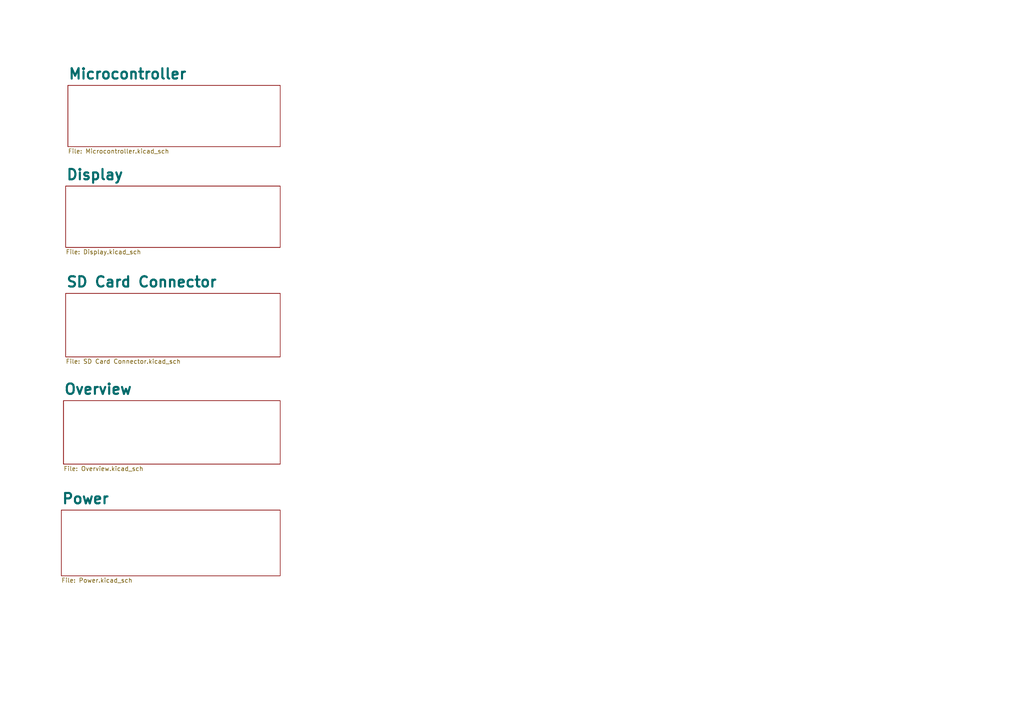
<source format=kicad_sch>
(kicad_sch
	(version 20250114)
	(generator "eeschema")
	(generator_version "9.0")
	(uuid "999a9de1-b184-4a7a-88ce-e26d61a272e3")
	(paper "A4")
	(lib_symbols)
	(sheet
		(at 17.78 147.955)
		(size 63.5 19.05)
		(exclude_from_sim no)
		(in_bom yes)
		(on_board yes)
		(dnp no)
		(fields_autoplaced yes)
		(stroke
			(width 0.1524)
			(type solid)
		)
		(fill
			(color 0 0 0 0.0000)
		)
		(uuid "3140b740-3fe6-410a-a480-1e05788b1574")
		(property "Sheetname" "Power"
			(at 17.78 146.3784 0)
			(effects
				(font
					(size 3 3)
					(bold yes)
				)
				(justify left bottom)
			)
		)
		(property "Sheetfile" "Power.kicad_sch"
			(at 17.78 167.5896 0)
			(effects
				(font
					(size 1.27 1.27)
				)
				(justify left top)
			)
		)
		(instances
			(project "PCB UI ESP32"
				(path "/999a9de1-b184-4a7a-88ce-e26d61a272e3"
					(page "6")
				)
			)
		)
	)
	(sheet
		(at 19.05 85.09)
		(size 62.23 18.415)
		(exclude_from_sim no)
		(in_bom yes)
		(on_board yes)
		(dnp no)
		(fields_autoplaced yes)
		(stroke
			(width 0.1524)
			(type solid)
		)
		(fill
			(color 0 0 0 0.0000)
		)
		(uuid "31de8d05-f5b6-48e1-a64a-e45d705fb9ae")
		(property "Sheetname" "SD Card Connector"
			(at 19.05 83.5134 0)
			(effects
				(font
					(size 3 3)
					(bold yes)
				)
				(justify left bottom)
			)
		)
		(property "Sheetfile" "SD Card Connector.kicad_sch"
			(at 19.05 104.0896 0)
			(effects
				(font
					(size 1.27 1.27)
				)
				(justify left top)
			)
		)
		(instances
			(project "PCB UI ESP32"
				(path "/999a9de1-b184-4a7a-88ce-e26d61a272e3"
					(page "4")
				)
			)
		)
	)
	(sheet
		(at 19.685 24.765)
		(size 61.595 17.78)
		(exclude_from_sim no)
		(in_bom yes)
		(on_board yes)
		(dnp no)
		(fields_autoplaced yes)
		(stroke
			(width 0.1524)
			(type solid)
		)
		(fill
			(color 0 0 0 0.0000)
		)
		(uuid "67ac298c-1465-41fe-bb17-7ba26abd0305")
		(property "Sheetname" "Microcontroller"
			(at 19.685 23.1884 0)
			(effects
				(font
					(size 3 3)
					(bold yes)
				)
				(justify left bottom)
			)
		)
		(property "Sheetfile" "Microcontroller.kicad_sch"
			(at 19.685 43.1296 0)
			(effects
				(font
					(size 1.27 1.27)
				)
				(justify left top)
			)
		)
		(instances
			(project "PCB UI ESP32"
				(path "/999a9de1-b184-4a7a-88ce-e26d61a272e3"
					(page "2")
				)
			)
		)
	)
	(sheet
		(at 19.05 53.975)
		(size 62.23 17.78)
		(exclude_from_sim no)
		(in_bom yes)
		(on_board yes)
		(dnp no)
		(fields_autoplaced yes)
		(stroke
			(width 0.1524)
			(type solid)
		)
		(fill
			(color 0 0 0 0.0000)
		)
		(uuid "c37df28e-51bb-4f86-8b81-b259647aa47a")
		(property "Sheetname" "Display"
			(at 19.05 52.3984 0)
			(effects
				(font
					(size 3 3)
					(bold yes)
				)
				(justify left bottom)
			)
		)
		(property "Sheetfile" "Display.kicad_sch"
			(at 19.05 72.3396 0)
			(effects
				(font
					(size 1.27 1.27)
				)
				(justify left top)
			)
		)
		(instances
			(project "PCB UI ESP32"
				(path "/999a9de1-b184-4a7a-88ce-e26d61a272e3"
					(page "3")
				)
			)
		)
	)
	(sheet
		(at 18.415 116.205)
		(size 62.865 18.415)
		(exclude_from_sim no)
		(in_bom yes)
		(on_board yes)
		(dnp no)
		(fields_autoplaced yes)
		(stroke
			(width 0.1524)
			(type solid)
		)
		(fill
			(color 0 0 0 0.0000)
		)
		(uuid "fae1c1af-89ba-4c18-88bc-46f514e9bd6f")
		(property "Sheetname" "Overview"
			(at 18.415 114.6284 0)
			(effects
				(font
					(size 3 3)
					(bold yes)
				)
				(justify left bottom)
			)
		)
		(property "Sheetfile" "Overview.kicad_sch"
			(at 18.415 135.2046 0)
			(effects
				(font
					(size 1.27 1.27)
				)
				(justify left top)
			)
		)
		(instances
			(project "PCB UI ESP32"
				(path "/999a9de1-b184-4a7a-88ce-e26d61a272e3"
					(page "5")
				)
			)
		)
	)
	(sheet_instances
		(path "/"
			(page "1")
		)
	)
	(embedded_fonts no)
)

</source>
